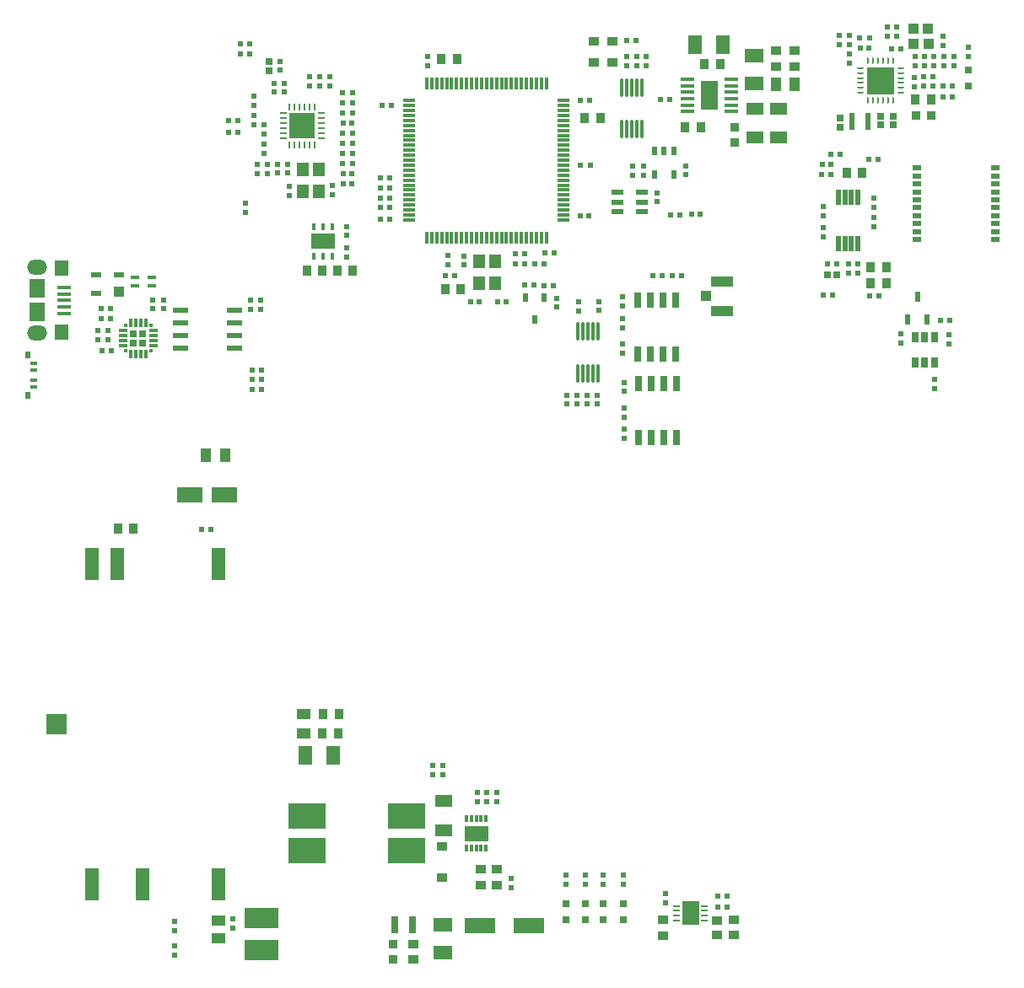
<source format=gtp>
G04*
G04 #@! TF.GenerationSoftware,Altium Limited,Altium Designer,21.5.1 (32)*
G04*
G04 Layer_Color=8421504*
%FSAX24Y24*%
%MOIN*%
G70*
G04*
G04 #@! TF.SameCoordinates,EA95429E-239C-4F57-B086-3AFABEEF507B*
G04*
G04*
G04 #@! TF.FilePolarity,Positive*
G04*
G01*
G75*
%ADD22O,0.0787X0.0591*%
%ADD23R,0.0295X0.0295*%
%ADD24R,0.0354X0.0197*%
%ADD25R,0.0244X0.0228*%
%ADD26R,0.0244X0.0244*%
%ADD27R,0.0236X0.0354*%
%ADD28R,0.0394X0.0394*%
%ADD29R,0.0376X0.0359*%
%ADD30R,0.0354X0.0394*%
%ADD31R,0.0244X0.0244*%
%ADD32R,0.0228X0.0244*%
%ADD33R,0.0283X0.0280*%
%ADD34R,0.0236X0.0709*%
%ADD35R,0.0315X0.0315*%
%ADD36R,0.1102X0.1102*%
G04:AMPARAMS|DCode=37|XSize=9.8mil|YSize=25.6mil|CornerRadius=2.5mil|HoleSize=0mil|Usage=FLASHONLY|Rotation=270.000|XOffset=0mil|YOffset=0mil|HoleType=Round|Shape=RoundedRectangle|*
%AMROUNDEDRECTD37*
21,1,0.0098,0.0207,0,0,270.0*
21,1,0.0049,0.0256,0,0,270.0*
1,1,0.0049,-0.0103,-0.0025*
1,1,0.0049,-0.0103,0.0025*
1,1,0.0049,0.0103,0.0025*
1,1,0.0049,0.0103,-0.0025*
%
%ADD37ROUNDEDRECTD37*%
G04:AMPARAMS|DCode=38|XSize=9.8mil|YSize=25.6mil|CornerRadius=2.5mil|HoleSize=0mil|Usage=FLASHONLY|Rotation=0.000|XOffset=0mil|YOffset=0mil|HoleType=Round|Shape=RoundedRectangle|*
%AMROUNDEDRECTD38*
21,1,0.0098,0.0207,0,0,0.0*
21,1,0.0049,0.0256,0,0,0.0*
1,1,0.0049,0.0025,-0.0103*
1,1,0.0049,-0.0025,-0.0103*
1,1,0.0049,-0.0025,0.0103*
1,1,0.0049,0.0025,0.0103*
%
%ADD38ROUNDEDRECTD38*%
%ADD39R,0.0217X0.0217*%
%ADD40R,0.0248X0.0260*%
%ADD41R,0.0315X0.0157*%
%ADD42R,0.0866X0.0433*%
%ADD43R,0.0433X0.0394*%
%ADD44R,0.0374X0.0394*%
%ADD45R,0.0472X0.0236*%
%ADD46O,0.0118X0.0787*%
%ADD47R,0.0394X0.0354*%
%ADD48R,0.0256X0.0600*%
%ADD49R,0.0472X0.0118*%
%ADD50R,0.0118X0.0472*%
%ADD51R,0.0236X0.0394*%
G04:AMPARAMS|DCode=52|XSize=43.3mil|YSize=23.6mil|CornerRadius=2mil|HoleSize=0mil|Usage=FLASHONLY|Rotation=90.000|XOffset=0mil|YOffset=0mil|HoleType=Round|Shape=RoundedRectangle|*
%AMROUNDEDRECTD52*
21,1,0.0433,0.0196,0,0,90.0*
21,1,0.0393,0.0236,0,0,90.0*
1,1,0.0040,0.0098,0.0196*
1,1,0.0040,0.0098,-0.0196*
1,1,0.0040,-0.0098,-0.0196*
1,1,0.0040,-0.0098,0.0196*
%
%ADD52ROUNDEDRECTD52*%
G04:AMPARAMS|DCode=53|XSize=21.7mil|YSize=31.5mil|CornerRadius=1.9mil|HoleSize=0mil|Usage=FLASHONLY|Rotation=0.000|XOffset=0mil|YOffset=0mil|HoleType=Round|Shape=RoundedRectangle|*
%AMROUNDEDRECTD53*
21,1,0.0217,0.0276,0,0,0.0*
21,1,0.0178,0.0315,0,0,0.0*
1,1,0.0039,0.0089,-0.0138*
1,1,0.0039,-0.0089,-0.0138*
1,1,0.0039,-0.0089,0.0138*
1,1,0.0039,0.0089,0.0138*
%
%ADD53ROUNDEDRECTD53*%
%ADD54R,0.0413X0.0551*%
G04:AMPARAMS|DCode=55|XSize=17.7mil|YSize=61mil|CornerRadius=1.9mil|HoleSize=0mil|Usage=FLASHONLY|Rotation=180.000|XOffset=0mil|YOffset=0mil|HoleType=Round|Shape=RoundedRectangle|*
%AMROUNDEDRECTD55*
21,1,0.0177,0.0571,0,0,180.0*
21,1,0.0138,0.0610,0,0,180.0*
1,1,0.0039,-0.0069,0.0286*
1,1,0.0039,0.0069,0.0286*
1,1,0.0039,0.0069,-0.0286*
1,1,0.0039,-0.0069,-0.0286*
%
%ADD55ROUNDEDRECTD55*%
%ADD56R,0.0236X0.0244*%
%ADD57R,0.0280X0.0283*%
%ADD58R,0.0709X0.0453*%
%ADD59R,0.0374X0.0374*%
%ADD60R,0.0551X0.0177*%
%ADD61R,0.0689X0.1157*%
%ADD62R,0.0571X0.0748*%
%ADD63R,0.0748X0.0571*%
%ADD64R,0.0394X0.0374*%
%ADD65R,0.0453X0.0551*%
%ADD66R,0.0374X0.0394*%
%ADD67R,0.0244X0.0236*%
%ADD68R,0.0272X0.0110*%
%ADD69R,0.0110X0.0272*%
%ADD70R,0.0984X0.0984*%
%ADD71R,0.0177X0.0295*%
%ADD72R,0.0945X0.0630*%
%ADD73R,0.0118X0.0354*%
%ADD74R,0.0354X0.0118*%
%ADD75R,0.0118X0.0118*%
%ADD76R,0.0610X0.0236*%
%ADD77R,0.0354X0.0157*%
%ADD78R,0.0394X0.0236*%
%ADD79R,0.0394X0.0394*%
%ADD80R,0.0551X0.0630*%
%ADD81R,0.0610X0.0748*%
%ADD82R,0.0531X0.0157*%
%ADD83R,0.1004X0.0630*%
%ADD84R,0.0551X0.1260*%
%ADD85R,0.0787X0.0787*%
%ADD86R,0.0394X0.0374*%
%ADD87R,0.0650X0.0937*%
%ADD88R,0.0276X0.0098*%
%ADD89R,0.0551X0.0413*%
%ADD90R,0.1516X0.0984*%
%ADD91R,0.0118X0.0295*%
%ADD92R,0.0425X0.0362*%
%ADD93R,0.1240X0.0630*%
%ADD94R,0.0315X0.0709*%
%ADD95R,0.1378X0.0787*%
%ADD96R,0.0551X0.0413*%
D22*
X015955Y041591D02*
D03*
Y044189D02*
D03*
D23*
X020142Y041577D02*
D03*
Y041203D02*
D03*
X019768Y041577D02*
D03*
Y041203D02*
D03*
D24*
X053820Y045290D02*
D03*
Y045605D02*
D03*
Y045920D02*
D03*
Y046235D02*
D03*
Y046550D02*
D03*
Y046865D02*
D03*
Y047180D02*
D03*
Y047495D02*
D03*
Y047810D02*
D03*
Y048125D02*
D03*
X050710D02*
D03*
Y047495D02*
D03*
Y047180D02*
D03*
Y046865D02*
D03*
Y045920D02*
D03*
Y045290D02*
D03*
Y045605D02*
D03*
Y046550D02*
D03*
Y046235D02*
D03*
Y047810D02*
D03*
D25*
X039910Y047825D02*
D03*
Y048195D02*
D03*
X039500Y048205D02*
D03*
Y047835D02*
D03*
X052195Y052153D02*
D03*
Y052523D02*
D03*
X051785Y052528D02*
D03*
Y052158D02*
D03*
X052752Y052890D02*
D03*
Y052520D02*
D03*
X050615Y051713D02*
D03*
Y051343D02*
D03*
X050645Y052533D02*
D03*
Y052163D02*
D03*
X051015D02*
D03*
Y052533D02*
D03*
X048055Y053373D02*
D03*
Y053003D02*
D03*
X047675Y053373D02*
D03*
Y053003D02*
D03*
X051395Y052163D02*
D03*
Y052533D02*
D03*
X038320Y020165D02*
D03*
Y019795D02*
D03*
X039130Y020155D02*
D03*
Y019785D02*
D03*
X037630Y020155D02*
D03*
Y019785D02*
D03*
X036870Y020155D02*
D03*
Y019785D02*
D03*
X032190Y044285D02*
D03*
Y044655D02*
D03*
X051420Y039395D02*
D03*
Y039765D02*
D03*
X039150Y037790D02*
D03*
Y037420D02*
D03*
X037360Y042465D02*
D03*
Y042835D02*
D03*
X039160Y038630D02*
D03*
Y038260D02*
D03*
X049030Y046175D02*
D03*
Y045805D02*
D03*
X047010Y045765D02*
D03*
Y045395D02*
D03*
X049030Y046570D02*
D03*
Y046940D02*
D03*
X047010Y046595D02*
D03*
Y046225D02*
D03*
X048400Y044335D02*
D03*
Y043965D02*
D03*
X048010Y044340D02*
D03*
Y043970D02*
D03*
X039100Y042155D02*
D03*
Y041785D02*
D03*
X024525Y050964D02*
D03*
Y050594D02*
D03*
Y049844D02*
D03*
Y050214D02*
D03*
X024925Y049459D02*
D03*
Y049829D02*
D03*
Y049079D02*
D03*
Y048709D02*
D03*
X025075Y047909D02*
D03*
Y048279D02*
D03*
X024180Y046725D02*
D03*
Y046355D02*
D03*
X027525Y051359D02*
D03*
Y051729D02*
D03*
X027125Y051359D02*
D03*
Y051729D02*
D03*
X026725Y051359D02*
D03*
Y051729D02*
D03*
X039100Y040810D02*
D03*
Y041180D02*
D03*
X028200Y044970D02*
D03*
Y044600D02*
D03*
X033740Y023065D02*
D03*
Y023435D02*
D03*
X034130Y023065D02*
D03*
Y023435D02*
D03*
X031990Y024130D02*
D03*
Y024500D02*
D03*
X021390Y017955D02*
D03*
Y018325D02*
D03*
D26*
X041590Y047853D02*
D03*
Y048207D02*
D03*
X051775Y053318D02*
D03*
Y052964D02*
D03*
X048055Y052268D02*
D03*
Y052622D02*
D03*
X039650Y052517D02*
D03*
Y052163D02*
D03*
X040040D02*
D03*
Y052517D02*
D03*
X039260D02*
D03*
Y052163D02*
D03*
X039170Y039640D02*
D03*
Y039286D02*
D03*
X039100Y042663D02*
D03*
Y043017D02*
D03*
X038170Y042837D02*
D03*
Y042483D02*
D03*
X040460Y047137D02*
D03*
Y046783D02*
D03*
X032830Y044283D02*
D03*
Y044637D02*
D03*
X031380Y052517D02*
D03*
Y052163D02*
D03*
X036890Y038786D02*
D03*
Y039140D02*
D03*
X037690Y038793D02*
D03*
Y039147D02*
D03*
X038100Y038793D02*
D03*
Y039147D02*
D03*
X050090Y041567D02*
D03*
Y041213D02*
D03*
X051980Y041163D02*
D03*
Y041517D02*
D03*
X036490Y042977D02*
D03*
Y042623D02*
D03*
X037290Y039140D02*
D03*
Y038786D02*
D03*
X025325Y051117D02*
D03*
Y051471D02*
D03*
X025725Y051117D02*
D03*
Y051471D02*
D03*
X025875Y048271D02*
D03*
Y047917D02*
D03*
X025475Y048271D02*
D03*
Y047917D02*
D03*
X025925Y047398D02*
D03*
Y047044D02*
D03*
X027625Y047421D02*
D03*
Y047067D02*
D03*
X028200Y045460D02*
D03*
Y045814D02*
D03*
X024800Y042543D02*
D03*
Y042897D02*
D03*
X024400Y042543D02*
D03*
Y042897D02*
D03*
X018770Y041343D02*
D03*
Y041697D02*
D03*
X018360Y041343D02*
D03*
Y041697D02*
D03*
X020540Y042550D02*
D03*
Y042904D02*
D03*
X020950Y042553D02*
D03*
Y042907D02*
D03*
X040800Y019073D02*
D03*
Y019427D02*
D03*
X033350Y023073D02*
D03*
Y023427D02*
D03*
X031590Y024141D02*
D03*
Y024495D02*
D03*
X034700Y019663D02*
D03*
Y020017D02*
D03*
X021390Y017003D02*
D03*
Y017357D02*
D03*
X023698Y018435D02*
D03*
Y018081D02*
D03*
D27*
X041114Y048792D02*
D03*
X040740D02*
D03*
X040366D02*
D03*
Y047848D02*
D03*
X041114D02*
D03*
D28*
X051171Y053618D02*
D03*
X050580D02*
D03*
X051176Y053028D02*
D03*
X050585D02*
D03*
D29*
X051291Y050208D02*
D03*
X050680D02*
D03*
D30*
X050650Y050818D02*
D03*
X051280D02*
D03*
X047945Y047930D02*
D03*
X048575D02*
D03*
X041575Y049740D02*
D03*
X042205D02*
D03*
X019145Y033880D02*
D03*
X019775D02*
D03*
D31*
X051758Y050938D02*
D03*
X052113D02*
D03*
X050083Y052818D02*
D03*
X049728D02*
D03*
X048481Y052868D02*
D03*
X048835D02*
D03*
X042167Y046290D02*
D03*
X041813D02*
D03*
X039617Y053150D02*
D03*
X039263D02*
D03*
X032457Y043870D02*
D03*
X032103D02*
D03*
X037774Y046240D02*
D03*
X037420D02*
D03*
X029523Y046090D02*
D03*
X029877D02*
D03*
X037777Y050800D02*
D03*
X037423D02*
D03*
X047340Y048260D02*
D03*
X046986D02*
D03*
X047317Y047850D02*
D03*
X046963D02*
D03*
X035633Y044320D02*
D03*
X035987D02*
D03*
X034143Y042840D02*
D03*
X034497D02*
D03*
X033087Y042822D02*
D03*
X033441D02*
D03*
X034873Y044330D02*
D03*
X035227D02*
D03*
X023525Y049994D02*
D03*
X023880D02*
D03*
X023525Y049544D02*
D03*
X023880D02*
D03*
X028048Y049894D02*
D03*
X028402D02*
D03*
X028048Y047894D02*
D03*
X028402D02*
D03*
X028048Y047494D02*
D03*
X028402D02*
D03*
X018854Y042580D02*
D03*
X018500D02*
D03*
X018857Y042180D02*
D03*
X018503D02*
D03*
X022817Y033830D02*
D03*
X022463D02*
D03*
X034873Y044720D02*
D03*
X035227D02*
D03*
D32*
X051750Y051358D02*
D03*
X052120D02*
D03*
X048473Y053268D02*
D03*
X048843D02*
D03*
X049940Y053708D02*
D03*
X049570D02*
D03*
Y053318D02*
D03*
X049940D02*
D03*
X041365Y046280D02*
D03*
X040995D02*
D03*
X049195Y048470D02*
D03*
X024835Y040140D02*
D03*
X024465D02*
D03*
X024835Y039750D02*
D03*
X024465D02*
D03*
X024835Y039350D02*
D03*
X024465D02*
D03*
X047030Y043110D02*
D03*
X047400D02*
D03*
X037440Y048230D02*
D03*
X037810D02*
D03*
X029970Y050590D02*
D03*
X029600D02*
D03*
X029895Y046550D02*
D03*
X029525D02*
D03*
X036035Y044750D02*
D03*
X036405D02*
D03*
X029890Y047330D02*
D03*
X029520D02*
D03*
Y046940D02*
D03*
X029890D02*
D03*
X052025Y042090D02*
D03*
X051655D02*
D03*
X048825Y048470D02*
D03*
X041440Y043850D02*
D03*
X041070D02*
D03*
X040670Y043870D02*
D03*
X040300D02*
D03*
X047193Y044344D02*
D03*
X047563D02*
D03*
X040975Y050830D02*
D03*
X040605D02*
D03*
X023990Y053044D02*
D03*
X024360D02*
D03*
X023990Y052644D02*
D03*
X024360D02*
D03*
X028040Y051094D02*
D03*
X028410D02*
D03*
Y050694D02*
D03*
X028040D02*
D03*
Y050294D02*
D03*
X028410D02*
D03*
X028040Y049494D02*
D03*
X028410D02*
D03*
Y049094D02*
D03*
X028040D02*
D03*
X028410Y048694D02*
D03*
X028040D02*
D03*
Y048294D02*
D03*
X028410D02*
D03*
X029520Y047720D02*
D03*
X029890D02*
D03*
X018890Y040900D02*
D03*
X018520D02*
D03*
X042855Y019320D02*
D03*
X043225D02*
D03*
X043220Y018910D02*
D03*
X042850D02*
D03*
D33*
X049785Y049817D02*
D03*
Y050179D02*
D03*
X047705Y050109D02*
D03*
Y049747D02*
D03*
X049295Y049817D02*
D03*
Y050179D02*
D03*
X025125Y052325D02*
D03*
Y051963D02*
D03*
D34*
X048150Y049968D02*
D03*
X048780D02*
D03*
D35*
X052752Y052000D02*
D03*
Y051370D02*
D03*
X038340Y019035D02*
D03*
Y018405D02*
D03*
X039140Y019035D02*
D03*
Y018405D02*
D03*
X037620Y019035D02*
D03*
Y018405D02*
D03*
X036870Y019035D02*
D03*
Y018405D02*
D03*
D36*
X049293Y051581D02*
D03*
D37*
X050090Y052073D02*
D03*
Y051876D02*
D03*
Y051679D02*
D03*
Y051482D02*
D03*
Y051286D02*
D03*
Y051089D02*
D03*
X048496D02*
D03*
Y051286D02*
D03*
Y051482D02*
D03*
Y051679D02*
D03*
Y051876D02*
D03*
Y052073D02*
D03*
D38*
X049785Y050784D02*
D03*
X049588D02*
D03*
X049392D02*
D03*
X049195D02*
D03*
X048998D02*
D03*
X048801D02*
D03*
Y052378D02*
D03*
X048998D02*
D03*
X049195D02*
D03*
X049392D02*
D03*
X049588D02*
D03*
X049785D02*
D03*
D39*
X051008Y051348D02*
D03*
X051363D02*
D03*
X051363Y051718D02*
D03*
X051008D02*
D03*
D40*
X015580Y040727D02*
D03*
Y039136D02*
D03*
D41*
X015810Y040408D02*
D03*
Y040140D02*
D03*
Y039723D02*
D03*
Y039455D02*
D03*
D42*
X043030Y043620D02*
D03*
Y042478D02*
D03*
D43*
X042400Y043049D02*
D03*
D44*
X038225Y050110D02*
D03*
X037595D02*
D03*
X032555Y052440D02*
D03*
X031925D02*
D03*
X048895Y044210D02*
D03*
X049525D02*
D03*
X048900Y043580D02*
D03*
X049530D02*
D03*
X042325Y052240D02*
D03*
X042955D02*
D03*
X027255Y026530D02*
D03*
X027885D02*
D03*
X027240Y025760D02*
D03*
X027870D02*
D03*
D45*
X038886Y046402D02*
D03*
Y046776D02*
D03*
Y047150D02*
D03*
X039870D02*
D03*
Y046776D02*
D03*
Y046402D02*
D03*
D46*
X039056Y049653D02*
D03*
X039253D02*
D03*
X039450D02*
D03*
X039647D02*
D03*
X039844D02*
D03*
X039056Y051307D02*
D03*
X039253D02*
D03*
X039450D02*
D03*
X039647D02*
D03*
X039844D02*
D03*
X038124Y041657D02*
D03*
X037927D02*
D03*
X037730D02*
D03*
X037533D02*
D03*
X037336D02*
D03*
X038124Y040003D02*
D03*
X037927D02*
D03*
X037730D02*
D03*
X037533D02*
D03*
X037336D02*
D03*
D47*
X038694Y053123D02*
D03*
Y052297D02*
D03*
X037946Y053123D02*
D03*
X037946Y052297D02*
D03*
X034130Y020410D02*
D03*
Y019780D02*
D03*
D48*
X039700Y040752D02*
D03*
X040200D02*
D03*
X040700D02*
D03*
X041200D02*
D03*
Y042888D02*
D03*
X040700D02*
D03*
X040200D02*
D03*
X039700D02*
D03*
X039710Y039600D02*
D03*
X040210D02*
D03*
X040710D02*
D03*
X041210D02*
D03*
Y037465D02*
D03*
X040710D02*
D03*
X040210D02*
D03*
X039710D02*
D03*
D49*
X030669Y046068D02*
D03*
Y046265D02*
D03*
Y046462D02*
D03*
Y046658D02*
D03*
Y046855D02*
D03*
Y047052D02*
D03*
Y047249D02*
D03*
Y047446D02*
D03*
Y047643D02*
D03*
Y047839D02*
D03*
Y048036D02*
D03*
Y048233D02*
D03*
Y048430D02*
D03*
Y048627D02*
D03*
Y048824D02*
D03*
Y049021D02*
D03*
Y049217D02*
D03*
Y049414D02*
D03*
Y049611D02*
D03*
Y049808D02*
D03*
Y050005D02*
D03*
Y050202D02*
D03*
Y050399D02*
D03*
Y050595D02*
D03*
Y050792D02*
D03*
X036771D02*
D03*
Y050595D02*
D03*
Y050399D02*
D03*
Y050202D02*
D03*
Y050005D02*
D03*
Y049808D02*
D03*
Y049611D02*
D03*
Y049414D02*
D03*
Y049217D02*
D03*
Y049021D02*
D03*
Y048824D02*
D03*
Y048627D02*
D03*
Y048430D02*
D03*
Y048233D02*
D03*
Y048036D02*
D03*
Y047839D02*
D03*
Y047643D02*
D03*
Y047446D02*
D03*
Y047249D02*
D03*
Y047052D02*
D03*
Y046855D02*
D03*
Y046658D02*
D03*
Y046462D02*
D03*
Y046265D02*
D03*
Y046068D02*
D03*
D50*
X031358Y051481D02*
D03*
X031555D02*
D03*
X031751D02*
D03*
X031948D02*
D03*
X032145D02*
D03*
X032342D02*
D03*
X032539D02*
D03*
X032736D02*
D03*
X032933D02*
D03*
X033129D02*
D03*
X033326D02*
D03*
X033523D02*
D03*
X033720D02*
D03*
X033917D02*
D03*
X034114D02*
D03*
X034311D02*
D03*
X034507D02*
D03*
X034704D02*
D03*
X034901D02*
D03*
X035098D02*
D03*
X035295D02*
D03*
X035492D02*
D03*
X035689D02*
D03*
X035885D02*
D03*
X036082D02*
D03*
Y045379D02*
D03*
X035885D02*
D03*
X035689D02*
D03*
X035492D02*
D03*
X035295D02*
D03*
X035098D02*
D03*
X034901D02*
D03*
X034704D02*
D03*
X034507D02*
D03*
X034311D02*
D03*
X034114D02*
D03*
X033917D02*
D03*
X033720D02*
D03*
X033523D02*
D03*
X033326D02*
D03*
X033129D02*
D03*
X032933D02*
D03*
X032736D02*
D03*
X032539D02*
D03*
X032342D02*
D03*
X032145D02*
D03*
X031948D02*
D03*
X031751D02*
D03*
X031555D02*
D03*
X031358D02*
D03*
D51*
X050372Y042120D02*
D03*
X051120D02*
D03*
X050746Y043026D02*
D03*
D52*
X050666Y041442D02*
D03*
X051040D02*
D03*
X051414D02*
D03*
Y040418D02*
D03*
X051040D02*
D03*
X050666D02*
D03*
D53*
X035630Y042137D02*
D03*
X035256Y043003D02*
D03*
X036004D02*
D03*
D54*
X045894Y051440D02*
D03*
X045146D02*
D03*
X023384Y036770D02*
D03*
X022636D02*
D03*
D55*
X047626Y045125D02*
D03*
X047882D02*
D03*
X048138D02*
D03*
X048394D02*
D03*
X047626Y046955D02*
D03*
X047882D02*
D03*
X048138D02*
D03*
X048394D02*
D03*
D56*
X049231Y043070D02*
D03*
X048869D02*
D03*
X047691Y048670D02*
D03*
X047329D02*
D03*
X036351Y043480D02*
D03*
X035989D02*
D03*
X035219Y043490D02*
D03*
X035581D02*
D03*
D57*
X047559Y043894D02*
D03*
X047197D02*
D03*
D58*
X045260Y049339D02*
D03*
Y050481D02*
D03*
X044330D02*
D03*
Y049339D02*
D03*
X032010Y021929D02*
D03*
Y023111D02*
D03*
D59*
X043540Y049145D02*
D03*
Y049735D02*
D03*
X030030Y016845D02*
D03*
Y017435D02*
D03*
D60*
X041670Y051632D02*
D03*
Y051376D02*
D03*
Y051120D02*
D03*
Y050864D02*
D03*
Y050608D02*
D03*
Y050352D02*
D03*
X043402D02*
D03*
Y050608D02*
D03*
Y050864D02*
D03*
Y051120D02*
D03*
Y051376D02*
D03*
Y051632D02*
D03*
D61*
X042536Y050992D02*
D03*
D62*
X043061Y053010D02*
D03*
X041959D02*
D03*
X027671Y024890D02*
D03*
X026569D02*
D03*
D63*
X044280Y052571D02*
D03*
Y051469D02*
D03*
X032000Y017108D02*
D03*
Y018210D02*
D03*
D64*
X045150Y052135D02*
D03*
Y052765D02*
D03*
X045890Y052135D02*
D03*
Y052765D02*
D03*
X040690Y018405D02*
D03*
Y017775D02*
D03*
X033490Y020395D02*
D03*
Y019765D02*
D03*
X030840Y017445D02*
D03*
Y016815D02*
D03*
D65*
X033434Y044422D02*
D03*
Y043555D02*
D03*
X034064D02*
D03*
Y044422D02*
D03*
X026460Y048077D02*
D03*
Y047211D02*
D03*
X027090D02*
D03*
Y048077D02*
D03*
D66*
X032105Y043320D02*
D03*
X032695D02*
D03*
X027830Y044060D02*
D03*
X028421D02*
D03*
X027215D02*
D03*
X026625D02*
D03*
D67*
X025575Y051982D02*
D03*
Y052344D02*
D03*
X024675Y047913D02*
D03*
Y048275D02*
D03*
D68*
X025682Y049497D02*
D03*
Y049694D02*
D03*
X027178Y049300D02*
D03*
Y049497D02*
D03*
Y049694D02*
D03*
Y049890D02*
D03*
Y050087D02*
D03*
Y050284D02*
D03*
X025682D02*
D03*
Y049300D02*
D03*
Y049890D02*
D03*
Y050087D02*
D03*
D69*
X025938Y049044D02*
D03*
X026135D02*
D03*
X026332D02*
D03*
X026528D02*
D03*
X026725D02*
D03*
X026922D02*
D03*
Y050540D02*
D03*
X026725D02*
D03*
X026528D02*
D03*
X026332D02*
D03*
X026135D02*
D03*
X025938D02*
D03*
D70*
X026430Y049792D02*
D03*
D71*
X027634Y045811D02*
D03*
X027260D02*
D03*
X026886D02*
D03*
Y044629D02*
D03*
X027260D02*
D03*
X027634D02*
D03*
D72*
X027260Y045220D02*
D03*
X033310Y021810D02*
D03*
D73*
X020251Y042000D02*
D03*
X020054D02*
D03*
X019857D02*
D03*
X019660D02*
D03*
Y040780D02*
D03*
X019857D02*
D03*
X020054D02*
D03*
X020251D02*
D03*
D74*
X019345Y041685D02*
D03*
Y041488D02*
D03*
Y041291D02*
D03*
Y041094D02*
D03*
X020566D02*
D03*
Y041291D02*
D03*
Y041488D02*
D03*
Y041685D02*
D03*
D75*
X020447Y041882D02*
D03*
Y040898D02*
D03*
X019463Y041882D02*
D03*
Y040898D02*
D03*
D76*
X021617Y042510D02*
D03*
Y042010D02*
D03*
Y041510D02*
D03*
Y041010D02*
D03*
X023743Y042510D02*
D03*
Y042010D02*
D03*
Y041510D02*
D03*
Y041010D02*
D03*
D77*
X020485Y043473D02*
D03*
Y043787D02*
D03*
X019815Y043473D02*
D03*
Y043787D02*
D03*
D78*
X018294Y043900D02*
D03*
X019200D02*
D03*
X018294Y043152D02*
D03*
D79*
X019200Y043231D02*
D03*
D80*
X016920Y044150D02*
D03*
Y041630D02*
D03*
D81*
X015955Y042417D02*
D03*
Y043362D02*
D03*
D82*
X017009Y042378D02*
D03*
Y042634D02*
D03*
Y043402D02*
D03*
Y043146D02*
D03*
Y042890D02*
D03*
D83*
X023358Y035190D02*
D03*
X021980D02*
D03*
D84*
X023126Y032467D02*
D03*
X019126D02*
D03*
X018126D02*
D03*
X023126Y019798D02*
D03*
X020130Y019800D02*
D03*
X018126Y019798D02*
D03*
D85*
X016732Y026133D02*
D03*
D86*
X043500Y018385D02*
D03*
Y017795D02*
D03*
X042840Y018375D02*
D03*
Y017785D02*
D03*
D87*
X041781Y018652D02*
D03*
D88*
X041230Y018947D02*
D03*
Y018750D02*
D03*
Y018553D02*
D03*
Y018356D02*
D03*
X042332Y018947D02*
D03*
Y018750D02*
D03*
Y018553D02*
D03*
Y018356D02*
D03*
D89*
X026495Y026518D02*
D03*
Y025770D02*
D03*
D90*
X026633Y022498D02*
D03*
Y021120D02*
D03*
X030550D02*
D03*
Y022498D02*
D03*
D91*
X032916Y022401D02*
D03*
X033113D02*
D03*
X033310D02*
D03*
X033507D02*
D03*
X033704D02*
D03*
Y021219D02*
D03*
X033507D02*
D03*
X033310D02*
D03*
X033113D02*
D03*
X032916D02*
D03*
D92*
X031970Y021310D02*
D03*
Y020050D02*
D03*
D93*
X033455Y018170D02*
D03*
X035385D02*
D03*
D94*
X030794Y018200D02*
D03*
X030086D02*
D03*
D95*
X024830Y018460D02*
D03*
Y017200D02*
D03*
D96*
X023118Y017661D02*
D03*
Y018370D02*
D03*
M02*

</source>
